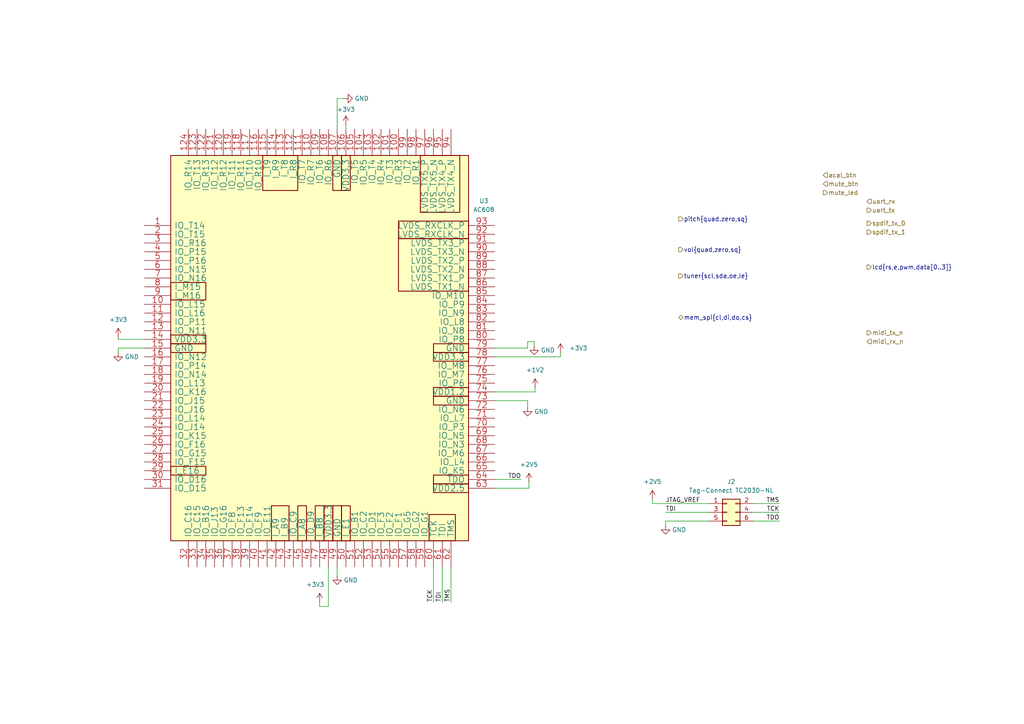
<source format=kicad_sch>
(kicad_sch (version 20230121) (generator eeschema)

  (uuid 0b3e935e-a044-466e-ac7e-7e11a153719b)

  (paper "A4")

  (lib_symbols
    (symbol "Connector_Generic:Conn_02x03_Odd_Even" (pin_names (offset 1.016) hide) (in_bom yes) (on_board yes)
      (property "Reference" "J" (at 1.27 5.08 0)
        (effects (font (size 1.27 1.27)))
      )
      (property "Value" "Conn_02x03_Odd_Even" (at 1.27 -5.08 0)
        (effects (font (size 1.27 1.27)))
      )
      (property "Footprint" "" (at 0 0 0)
        (effects (font (size 1.27 1.27)) hide)
      )
      (property "Datasheet" "~" (at 0 0 0)
        (effects (font (size 1.27 1.27)) hide)
      )
      (property "ki_keywords" "connector" (at 0 0 0)
        (effects (font (size 1.27 1.27)) hide)
      )
      (property "ki_description" "Generic connector, double row, 02x03, odd/even pin numbering scheme (row 1 odd numbers, row 2 even numbers), script generated (kicad-library-utils/schlib/autogen/connector/)" (at 0 0 0)
        (effects (font (size 1.27 1.27)) hide)
      )
      (property "ki_fp_filters" "Connector*:*_2x??_*" (at 0 0 0)
        (effects (font (size 1.27 1.27)) hide)
      )
      (symbol "Conn_02x03_Odd_Even_1_1"
        (rectangle (start -1.27 -2.413) (end 0 -2.667)
          (stroke (width 0.1524) (type default))
          (fill (type none))
        )
        (rectangle (start -1.27 0.127) (end 0 -0.127)
          (stroke (width 0.1524) (type default))
          (fill (type none))
        )
        (rectangle (start -1.27 2.667) (end 0 2.413)
          (stroke (width 0.1524) (type default))
          (fill (type none))
        )
        (rectangle (start -1.27 3.81) (end 3.81 -3.81)
          (stroke (width 0.254) (type default))
          (fill (type background))
        )
        (rectangle (start 3.81 -2.413) (end 2.54 -2.667)
          (stroke (width 0.1524) (type default))
          (fill (type none))
        )
        (rectangle (start 3.81 0.127) (end 2.54 -0.127)
          (stroke (width 0.1524) (type default))
          (fill (type none))
        )
        (rectangle (start 3.81 2.667) (end 2.54 2.413)
          (stroke (width 0.1524) (type default))
          (fill (type none))
        )
        (pin passive line (at -5.08 2.54 0) (length 3.81)
          (name "Pin_1" (effects (font (size 1.27 1.27))))
          (number "1" (effects (font (size 1.27 1.27))))
        )
        (pin passive line (at 7.62 2.54 180) (length 3.81)
          (name "Pin_2" (effects (font (size 1.27 1.27))))
          (number "2" (effects (font (size 1.27 1.27))))
        )
        (pin passive line (at -5.08 0 0) (length 3.81)
          (name "Pin_3" (effects (font (size 1.27 1.27))))
          (number "3" (effects (font (size 1.27 1.27))))
        )
        (pin passive line (at 7.62 0 180) (length 3.81)
          (name "Pin_4" (effects (font (size 1.27 1.27))))
          (number "4" (effects (font (size 1.27 1.27))))
        )
        (pin passive line (at -5.08 -2.54 0) (length 3.81)
          (name "Pin_5" (effects (font (size 1.27 1.27))))
          (number "5" (effects (font (size 1.27 1.27))))
        )
        (pin passive line (at 7.62 -2.54 180) (length 3.81)
          (name "Pin_6" (effects (font (size 1.27 1.27))))
          (number "6" (effects (font (size 1.27 1.27))))
        )
      )
    )
    (symbol "ac608:AC608" (pin_names (offset 1.016)) (in_bom yes) (on_board yes)
      (property "Reference" "U" (at -4.572 1.27 0)
        (effects (font (size 1.27 1.27)) (justify left bottom))
      )
      (property "Value" "AC608" (at -4.572 -1.27 0)
        (effects (font (size 1.27 1.27)) (justify left bottom))
      )
      (property "Footprint" "" (at -44.45 38.1 0)
        (effects (font (size 1.27 1.27)))
      )
      (property "Datasheet" "" (at -44.45 38.1 0)
        (effects (font (size 1.27 1.27)))
      )
      (property "ki_description" "AC608 Xiaomiege FPGA module" (at 0 0 0)
        (effects (font (size 1.27 1.27)) hide)
      )
      (symbol "AC608_0_1"
        (rectangle (start -44.45 -58.42) (end 41.91 53.34)
          (stroke (width 0.254) (type default))
          (fill (type background))
        )
        (rectangle (start -44.45 -39.37) (end -34.29 -36.83)
          (stroke (width 0.254) (type default))
          (fill (type background))
        )
        (rectangle (start -44.45 -3.81) (end -34.29 -1.27)
          (stroke (width 0.254) (type default))
          (fill (type background))
        )
        (rectangle (start -44.45 -1.27) (end -34.29 1.27)
          (stroke (width 0.254) (type default))
          (fill (type background))
        )
        (rectangle (start -44.45 11.43) (end -34.29 16.51)
          (stroke (width 0.254) (type default))
          (fill (type background))
        )
        (rectangle (start -17.78 43.18) (end -7.62 53.34)
          (stroke (width 0.254) (type default))
          (fill (type background))
        )
        (rectangle (start -15.24 -58.42) (end -10.16 -48.26)
          (stroke (width 0.254) (type default))
          (fill (type background))
        )
        (rectangle (start -7.62 -58.42) (end -5.08 -48.26)
          (stroke (width 0.254) (type default))
          (fill (type background))
        )
        (rectangle (start -2.54 -58.42) (end 0 -48.26)
          (stroke (width 0.254) (type default))
          (fill (type background))
        )
        (rectangle (start 0 -58.42) (end 2.54 -48.26)
          (stroke (width 0.254) (type default))
          (fill (type background))
        )
        (rectangle (start 2.54 -58.42) (end 5.08 -48.26)
          (stroke (width 0.254) (type default))
          (fill (type background))
        )
        (rectangle (start 2.54 43.18) (end 5.08 53.34)
          (stroke (width 0.254) (type default))
          (fill (type background))
        )
        (rectangle (start 5.08 -58.42) (end 7.62 -48.26)
          (stroke (width 0.254) (type default))
          (fill (type background))
        )
        (rectangle (start 5.08 43.18) (end 7.62 53.34)
          (stroke (width 0.254) (type default))
          (fill (type background))
        )
        (rectangle (start 21.59 13.97) (end 41.91 29.21)
          (stroke (width 0.254) (type default))
          (fill (type background))
        )
        (rectangle (start 21.59 29.21) (end 41.91 34.29)
          (stroke (width 0.254) (type default))
          (fill (type background))
        )
        (rectangle (start 27.94 36.83) (end 39.37 53.34)
          (stroke (width 0.254) (type default))
          (fill (type background))
        )
        (rectangle (start 30.48 -58.42) (end 38.1 -50.8)
          (stroke (width 0.254) (type default))
          (fill (type background))
        )
        (rectangle (start 31.75 -44.45) (end 41.91 -41.91)
          (stroke (width 0.254) (type default))
          (fill (type background))
        )
        (rectangle (start 31.75 -41.91) (end 41.91 -39.37)
          (stroke (width 0.254) (type default))
          (fill (type background))
        )
        (rectangle (start 31.75 -19.05) (end 41.91 -16.51)
          (stroke (width 0.254) (type default))
          (fill (type background))
        )
        (rectangle (start 31.75 -16.51) (end 41.91 -13.97)
          (stroke (width 0.254) (type default))
          (fill (type background))
        )
        (rectangle (start 31.75 -6.35) (end 41.91 -3.81)
          (stroke (width 0.254) (type default))
          (fill (type background))
        )
        (rectangle (start 31.75 -3.81) (end 41.91 -1.27)
          (stroke (width 0.254) (type default))
          (fill (type background))
        )
        (pin bidirectional line (at -52.07 33.02 0) (length 7.62)
          (name "IO_T14" (effects (font (size 1.778 1.778))))
          (number "1" (effects (font (size 1.778 1.778))))
        )
        (pin bidirectional line (at -52.07 10.16 0) (length 7.62)
          (name "IO_L15" (effects (font (size 1.778 1.778))))
          (number "10" (effects (font (size 1.778 1.778))))
        )
        (pin bidirectional line (at 21.59 60.96 270) (length 7.62)
          (name "IO_R3" (effects (font (size 1.778 1.778))))
          (number "100" (effects (font (size 1.778 1.778))))
        )
        (pin bidirectional line (at 19.05 60.96 270) (length 7.62)
          (name "IO_T3" (effects (font (size 1.778 1.778))))
          (number "101" (effects (font (size 1.778 1.778))))
        )
        (pin bidirectional line (at 16.51 60.96 270) (length 7.62)
          (name "IO_R4" (effects (font (size 1.778 1.778))))
          (number "102" (effects (font (size 1.778 1.778))))
        )
        (pin bidirectional line (at 13.97 60.96 270) (length 7.62)
          (name "IO_T4" (effects (font (size 1.778 1.778))))
          (number "103" (effects (font (size 1.778 1.778))))
        )
        (pin bidirectional line (at 11.43 60.96 270) (length 7.62)
          (name "IO_R5" (effects (font (size 1.778 1.778))))
          (number "104" (effects (font (size 1.778 1.778))))
        )
        (pin bidirectional line (at 8.89 60.96 270) (length 7.62)
          (name "IO_T5" (effects (font (size 1.778 1.778))))
          (number "105" (effects (font (size 1.778 1.778))))
        )
        (pin power_in line (at 6.35 60.96 270) (length 7.62)
          (name "VDD3.3" (effects (font (size 1.778 1.778))))
          (number "106" (effects (font (size 1.778 1.778))))
        )
        (pin power_in line (at 3.81 60.96 270) (length 7.62)
          (name "GND" (effects (font (size 1.778 1.778))))
          (number "107" (effects (font (size 1.778 1.778))))
        )
        (pin bidirectional line (at 1.27 60.96 270) (length 7.62)
          (name "IO_R6" (effects (font (size 1.778 1.778))))
          (number "108" (effects (font (size 1.778 1.778))))
        )
        (pin bidirectional line (at -1.27 60.96 270) (length 7.62)
          (name "IO_T6" (effects (font (size 1.778 1.778))))
          (number "109" (effects (font (size 1.778 1.778))))
        )
        (pin bidirectional line (at -52.07 7.62 0) (length 7.62)
          (name "IO_L16" (effects (font (size 1.778 1.778))))
          (number "11" (effects (font (size 1.778 1.778))))
        )
        (pin bidirectional line (at -3.81 60.96 270) (length 7.62)
          (name "IO_R7" (effects (font (size 1.778 1.778))))
          (number "110" (effects (font (size 1.778 1.778))))
        )
        (pin bidirectional line (at -6.35 60.96 270) (length 7.62)
          (name "IO_T7" (effects (font (size 1.778 1.778))))
          (number "111" (effects (font (size 1.778 1.778))))
        )
        (pin input line (at -8.89 60.96 270) (length 7.62)
          (name "I_R8" (effects (font (size 1.778 1.778))))
          (number "112" (effects (font (size 1.778 1.778))))
        )
        (pin input line (at -11.43 60.96 270) (length 7.62)
          (name "I_T8" (effects (font (size 1.778 1.778))))
          (number "113" (effects (font (size 1.778 1.778))))
        )
        (pin input line (at -13.97 60.96 270) (length 7.62)
          (name "I_R9" (effects (font (size 1.778 1.778))))
          (number "114" (effects (font (size 1.778 1.778))))
        )
        (pin input line (at -16.51 60.96 270) (length 7.62)
          (name "I_T9" (effects (font (size 1.778 1.778))))
          (number "115" (effects (font (size 1.778 1.778))))
        )
        (pin bidirectional line (at -19.05 60.96 270) (length 7.62)
          (name "IO_R10" (effects (font (size 1.778 1.778))))
          (number "116" (effects (font (size 1.778 1.778))))
        )
        (pin bidirectional line (at -21.59 60.96 270) (length 7.62)
          (name "IO_T10" (effects (font (size 1.778 1.778))))
          (number "117" (effects (font (size 1.778 1.778))))
        )
        (pin bidirectional line (at -24.13 60.96 270) (length 7.62)
          (name "IO_R11" (effects (font (size 1.778 1.778))))
          (number "118" (effects (font (size 1.778 1.778))))
        )
        (pin bidirectional line (at -26.67 60.96 270) (length 7.62)
          (name "IO_T11" (effects (font (size 1.778 1.778))))
          (number "119" (effects (font (size 1.778 1.778))))
        )
        (pin bidirectional line (at -52.07 5.08 0) (length 7.62)
          (name "IO_P11" (effects (font (size 1.778 1.778))))
          (number "12" (effects (font (size 1.778 1.778))))
        )
        (pin bidirectional line (at -29.21 60.96 270) (length 7.62)
          (name "IO_R12" (effects (font (size 1.778 1.778))))
          (number "120" (effects (font (size 1.778 1.778))))
        )
        (pin bidirectional line (at -31.75 60.96 270) (length 7.62)
          (name "IO_T12" (effects (font (size 1.778 1.778))))
          (number "121" (effects (font (size 1.778 1.778))))
        )
        (pin bidirectional line (at -34.29 60.96 270) (length 7.62)
          (name "IO_R13" (effects (font (size 1.778 1.778))))
          (number "122" (effects (font (size 1.778 1.778))))
        )
        (pin bidirectional line (at -36.83 60.96 270) (length 7.62)
          (name "IO_T13" (effects (font (size 1.778 1.778))))
          (number "123" (effects (font (size 1.778 1.778))))
        )
        (pin bidirectional line (at -39.37 60.96 270) (length 7.62)
          (name "IO_R14" (effects (font (size 1.778 1.778))))
          (number "124" (effects (font (size 1.778 1.778))))
        )
        (pin bidirectional line (at -52.07 2.54 0) (length 7.62)
          (name "IO_N11" (effects (font (size 1.778 1.778))))
          (number "13" (effects (font (size 1.778 1.778))))
        )
        (pin power_in line (at -52.07 0 0) (length 7.62)
          (name "VDD3.3" (effects (font (size 1.778 1.778))))
          (number "14" (effects (font (size 1.778 1.778))))
        )
        (pin power_in line (at -52.07 -2.54 0) (length 7.62)
          (name "GND" (effects (font (size 1.778 1.778))))
          (number "15" (effects (font (size 1.778 1.778))))
        )
        (pin bidirectional line (at -52.07 -5.08 0) (length 7.62)
          (name "IO_N12" (effects (font (size 1.778 1.778))))
          (number "16" (effects (font (size 1.778 1.778))))
        )
        (pin bidirectional line (at -52.07 -7.62 0) (length 7.62)
          (name "IO_P14" (effects (font (size 1.778 1.778))))
          (number "17" (effects (font (size 1.778 1.778))))
        )
        (pin bidirectional line (at -52.07 -10.16 0) (length 7.62)
          (name "IO_N14" (effects (font (size 1.778 1.778))))
          (number "18" (effects (font (size 1.778 1.778))))
        )
        (pin bidirectional line (at -52.07 -12.7 0) (length 7.62)
          (name "IO_L13" (effects (font (size 1.778 1.778))))
          (number "19" (effects (font (size 1.778 1.778))))
        )
        (pin bidirectional line (at -52.07 30.48 0) (length 7.62)
          (name "IO_T15" (effects (font (size 1.778 1.778))))
          (number "2" (effects (font (size 1.778 1.778))))
        )
        (pin bidirectional line (at -52.07 -15.24 0) (length 7.62)
          (name "IO_K16" (effects (font (size 1.778 1.778))))
          (number "20" (effects (font (size 1.778 1.778))))
        )
        (pin bidirectional line (at -52.07 -17.78 0) (length 7.62)
          (name "IO_J15" (effects (font (size 1.778 1.778))))
          (number "21" (effects (font (size 1.778 1.778))))
        )
        (pin bidirectional line (at -52.07 -20.32 0) (length 7.62)
          (name "IO_J16" (effects (font (size 1.778 1.778))))
          (number "22" (effects (font (size 1.778 1.778))))
        )
        (pin bidirectional line (at -52.07 -22.86 0) (length 7.62)
          (name "IO_L14" (effects (font (size 1.778 1.778))))
          (number "23" (effects (font (size 1.778 1.778))))
        )
        (pin bidirectional line (at -52.07 -25.4 0) (length 7.62)
          (name "IO_J14" (effects (font (size 1.778 1.778))))
          (number "24" (effects (font (size 1.778 1.778))))
        )
        (pin bidirectional line (at -52.07 -27.94 0) (length 7.62)
          (name "IO_K15" (effects (font (size 1.778 1.778))))
          (number "25" (effects (font (size 1.778 1.778))))
        )
        (pin bidirectional line (at -52.07 -30.48 0) (length 7.62)
          (name "IO_F16" (effects (font (size 1.778 1.778))))
          (number "26" (effects (font (size 1.778 1.778))))
        )
        (pin bidirectional line (at -52.07 -33.02 0) (length 7.62)
          (name "IO_G15" (effects (font (size 1.778 1.778))))
          (number "27" (effects (font (size 1.778 1.778))))
        )
        (pin bidirectional line (at -52.07 -35.56 0) (length 7.62)
          (name "IO_F15" (effects (font (size 1.778 1.778))))
          (number "28" (effects (font (size 1.778 1.778))))
        )
        (pin input line (at -52.07 -38.1 0) (length 7.62)
          (name "I_E16" (effects (font (size 1.778 1.778))))
          (number "29" (effects (font (size 1.778 1.778))))
        )
        (pin bidirectional line (at -52.07 27.94 0) (length 7.62)
          (name "IO_R16" (effects (font (size 1.778 1.778))))
          (number "3" (effects (font (size 1.778 1.778))))
        )
        (pin bidirectional line (at -52.07 -40.64 0) (length 7.62)
          (name "IO_D16" (effects (font (size 1.778 1.778))))
          (number "30" (effects (font (size 1.778 1.778))))
        )
        (pin bidirectional line (at -52.07 -43.18 0) (length 7.62)
          (name "IO_D15" (effects (font (size 1.778 1.778))))
          (number "31" (effects (font (size 1.778 1.778))))
        )
        (pin bidirectional line (at -39.37 -66.04 90) (length 7.62)
          (name "IO_C16" (effects (font (size 1.778 1.778))))
          (number "32" (effects (font (size 1.778 1.778))))
        )
        (pin bidirectional line (at -36.83 -66.04 90) (length 7.62)
          (name "IO_C15" (effects (font (size 1.778 1.778))))
          (number "33" (effects (font (size 1.778 1.778))))
        )
        (pin bidirectional line (at -34.29 -66.04 90) (length 7.62)
          (name "IO_B16" (effects (font (size 1.778 1.778))))
          (number "34" (effects (font (size 1.778 1.778))))
        )
        (pin bidirectional line (at -31.75 -66.04 90) (length 7.62)
          (name "IO_J13" (effects (font (size 1.778 1.778))))
          (number "35" (effects (font (size 1.778 1.778))))
        )
        (pin bidirectional line (at -29.21 -66.04 90) (length 7.62)
          (name "IO_G16" (effects (font (size 1.778 1.778))))
          (number "36" (effects (font (size 1.778 1.778))))
        )
        (pin bidirectional line (at -26.67 -66.04 90) (length 7.62)
          (name "IO_F8" (effects (font (size 1.778 1.778))))
          (number "37" (effects (font (size 1.778 1.778))))
        )
        (pin bidirectional line (at -24.13 -66.04 90) (length 7.62)
          (name "IO_F13" (effects (font (size 1.778 1.778))))
          (number "38" (effects (font (size 1.778 1.778))))
        )
        (pin bidirectional line (at -21.59 -66.04 90) (length 7.62)
          (name "IO_F14" (effects (font (size 1.778 1.778))))
          (number "39" (effects (font (size 1.778 1.778))))
        )
        (pin bidirectional line (at -52.07 25.4 0) (length 7.62)
          (name "IO_P15" (effects (font (size 1.778 1.778))))
          (number "4" (effects (font (size 1.778 1.778))))
        )
        (pin bidirectional line (at -19.05 -66.04 90) (length 7.62)
          (name "IO_F9" (effects (font (size 1.778 1.778))))
          (number "40" (effects (font (size 1.778 1.778))))
        )
        (pin bidirectional line (at -16.51 -66.04 90) (length 7.62)
          (name "IO_E11" (effects (font (size 1.778 1.778))))
          (number "41" (effects (font (size 1.778 1.778))))
        )
        (pin input line (at -13.97 -66.04 90) (length 7.62)
          (name "I_A9" (effects (font (size 1.778 1.778))))
          (number "42" (effects (font (size 1.778 1.778))))
        )
        (pin input line (at -11.43 -66.04 90) (length 7.62)
          (name "I_B9" (effects (font (size 1.778 1.778))))
          (number "43" (effects (font (size 1.778 1.778))))
        )
        (pin bidirectional line (at -8.89 -66.04 90) (length 7.62)
          (name "IO_C9" (effects (font (size 1.778 1.778))))
          (number "44" (effects (font (size 1.778 1.778))))
        )
        (pin input line (at -6.35 -66.04 90) (length 7.62)
          (name "I_A8" (effects (font (size 1.778 1.778))))
          (number "45" (effects (font (size 1.778 1.778))))
        )
        (pin bidirectional line (at -3.81 -66.04 90) (length 7.62)
          (name "IO_D9" (effects (font (size 1.778 1.778))))
          (number "46" (effects (font (size 1.778 1.778))))
        )
        (pin input line (at -1.27 -66.04 90) (length 7.62)
          (name "I_B8" (effects (font (size 1.778 1.778))))
          (number "47" (effects (font (size 1.778 1.778))))
        )
        (pin power_in line (at 1.27 -66.04 90) (length 7.62)
          (name "VDD3.3" (effects (font (size 1.778 1.778))))
          (number "48" (effects (font (size 1.778 1.778))))
        )
        (pin power_in line (at 3.81 -66.04 90) (length 7.62)
          (name "GND" (effects (font (size 1.778 1.778))))
          (number "49" (effects (font (size 1.778 1.778))))
        )
        (pin bidirectional line (at -52.07 22.86 0) (length 7.62)
          (name "IO_P16" (effects (font (size 1.778 1.778))))
          (number "5" (effects (font (size 1.778 1.778))))
        )
        (pin bidirectional line (at 6.35 -66.04 90) (length 7.62)
          (name "I_E1" (effects (font (size 1.778 1.778))))
          (number "50" (effects (font (size 1.778 1.778))))
        )
        (pin bidirectional line (at 8.89 -66.04 90) (length 7.62)
          (name "IO_B1" (effects (font (size 1.778 1.778))))
          (number "51" (effects (font (size 1.778 1.778))))
        )
        (pin bidirectional line (at 11.43 -66.04 90) (length 7.62)
          (name "IO_C2" (effects (font (size 1.778 1.778))))
          (number "52" (effects (font (size 1.778 1.778))))
        )
        (pin bidirectional line (at 13.97 -66.04 90) (length 7.62)
          (name "IO_D1" (effects (font (size 1.778 1.778))))
          (number "53" (effects (font (size 1.778 1.778))))
        )
        (pin bidirectional line (at 16.51 -66.04 90) (length 7.62)
          (name "IO_F3" (effects (font (size 1.778 1.778))))
          (number "54" (effects (font (size 1.778 1.778))))
        )
        (pin bidirectional line (at 19.05 -66.04 90) (length 7.62)
          (name "IO_F2" (effects (font (size 1.778 1.778))))
          (number "55" (effects (font (size 1.778 1.778))))
        )
        (pin bidirectional line (at 21.59 -66.04 90) (length 7.62)
          (name "IO_F1" (effects (font (size 1.778 1.778))))
          (number "56" (effects (font (size 1.778 1.778))))
        )
        (pin bidirectional line (at 24.13 -66.04 90) (length 7.62)
          (name "IO_G5" (effects (font (size 1.778 1.778))))
          (number "57" (effects (font (size 1.778 1.778))))
        )
        (pin bidirectional line (at 26.67 -66.04 90) (length 7.62)
          (name "IO_G2" (effects (font (size 1.778 1.778))))
          (number "58" (effects (font (size 1.778 1.778))))
        )
        (pin bidirectional line (at 29.21 -66.04 90) (length 7.62)
          (name "IO_G1" (effects (font (size 1.778 1.778))))
          (number "59" (effects (font (size 1.778 1.778))))
        )
        (pin bidirectional line (at -52.07 20.32 0) (length 7.62)
          (name "IO_N15" (effects (font (size 1.778 1.778))))
          (number "6" (effects (font (size 1.778 1.778))))
        )
        (pin bidirectional line (at 31.75 -66.04 90) (length 7.62)
          (name "TCK" (effects (font (size 1.778 1.778))))
          (number "60" (effects (font (size 1.778 1.778))))
        )
        (pin bidirectional line (at 34.29 -66.04 90) (length 7.62)
          (name "TDI" (effects (font (size 1.778 1.778))))
          (number "61" (effects (font (size 1.778 1.778))))
        )
        (pin bidirectional line (at 36.83 -66.04 90) (length 7.62)
          (name "TMS" (effects (font (size 1.778 1.778))))
          (number "62" (effects (font (size 1.778 1.778))))
        )
        (pin power_in line (at 49.53 -43.18 180) (length 7.62)
          (name "VDD2.5" (effects (font (size 1.778 1.778))))
          (number "63" (effects (font (size 1.778 1.778))))
        )
        (pin bidirectional line (at 49.53 -40.64 180) (length 7.62)
          (name "TDO" (effects (font (size 1.778 1.778))))
          (number "64" (effects (font (size 1.778 1.778))))
        )
        (pin bidirectional line (at 49.53 -38.1 180) (length 7.62)
          (name "IO_K5" (effects (font (size 1.778 1.778))))
          (number "65" (effects (font (size 1.778 1.778))))
        )
        (pin bidirectional line (at 49.53 -35.56 180) (length 7.62)
          (name "IO_L4" (effects (font (size 1.778 1.778))))
          (number "66" (effects (font (size 1.778 1.778))))
        )
        (pin bidirectional line (at 49.53 -33.02 180) (length 7.62)
          (name "IO_M6" (effects (font (size 1.778 1.778))))
          (number "67" (effects (font (size 1.778 1.778))))
        )
        (pin bidirectional line (at 49.53 -30.48 180) (length 7.62)
          (name "IO_N3" (effects (font (size 1.778 1.778))))
          (number "68" (effects (font (size 1.778 1.778))))
        )
        (pin bidirectional line (at 49.53 -27.94 180) (length 7.62)
          (name "IO_N5" (effects (font (size 1.778 1.778))))
          (number "69" (effects (font (size 1.778 1.778))))
        )
        (pin bidirectional line (at -52.07 17.78 0) (length 7.62)
          (name "IO_N16" (effects (font (size 1.778 1.778))))
          (number "7" (effects (font (size 1.778 1.778))))
        )
        (pin bidirectional line (at 49.53 -25.4 180) (length 7.62)
          (name "IO_P3" (effects (font (size 1.778 1.778))))
          (number "70" (effects (font (size 1.778 1.778))))
        )
        (pin bidirectional line (at 49.53 -22.86 180) (length 7.62)
          (name "IO_L7" (effects (font (size 1.778 1.778))))
          (number "71" (effects (font (size 1.778 1.778))))
        )
        (pin bidirectional line (at 49.53 -20.32 180) (length 7.62)
          (name "IO_N6" (effects (font (size 1.778 1.778))))
          (number "72" (effects (font (size 1.778 1.778))))
        )
        (pin power_in line (at 49.53 -17.78 180) (length 7.62)
          (name "GND" (effects (font (size 1.778 1.778))))
          (number "73" (effects (font (size 1.778 1.778))))
        )
        (pin power_in line (at 49.53 -15.24 180) (length 7.62)
          (name "VDD1.2" (effects (font (size 1.778 1.778))))
          (number "74" (effects (font (size 1.778 1.778))))
        )
        (pin bidirectional line (at 49.53 -12.7 180) (length 7.62)
          (name "IO_P6" (effects (font (size 1.778 1.778))))
          (number "75" (effects (font (size 1.778 1.778))))
        )
        (pin bidirectional line (at 49.53 -10.16 180) (length 7.62)
          (name "IO_M7" (effects (font (size 1.778 1.778))))
          (number "76" (effects (font (size 1.778 1.778))))
        )
        (pin bidirectional line (at 49.53 -7.62 180) (length 7.62)
          (name "IO_M8" (effects (font (size 1.778 1.778))))
          (number "77" (effects (font (size 1.778 1.778))))
        )
        (pin power_in line (at 49.53 -5.08 180) (length 7.62)
          (name "VDD3.3" (effects (font (size 1.778 1.778))))
          (number "78" (effects (font (size 1.778 1.778))))
        )
        (pin power_in line (at 49.53 -2.54 180) (length 7.62)
          (name "GND" (effects (font (size 1.778 1.778))))
          (number "79" (effects (font (size 1.778 1.778))))
        )
        (pin input line (at -52.07 15.24 0) (length 7.62)
          (name "I_M15" (effects (font (size 1.778 1.778))))
          (number "8" (effects (font (size 1.778 1.778))))
        )
        (pin bidirectional line (at 49.53 0 180) (length 7.62)
          (name "IO_P8" (effects (font (size 1.778 1.778))))
          (number "80" (effects (font (size 1.778 1.778))))
        )
        (pin bidirectional line (at 49.53 2.54 180) (length 7.62)
          (name "IO_N8" (effects (font (size 1.778 1.778))))
          (number "81" (effects (font (size 1.778 1.778))))
        )
        (pin bidirectional line (at 49.53 5.08 180) (length 7.62)
          (name "IO_L8" (effects (font (size 1.778 1.778))))
          (number "82" (effects (font (size 1.778 1.778))))
        )
        (pin bidirectional line (at 49.53 7.62 180) (length 7.62)
          (name "IO_N9" (effects (font (size 1.778 1.778))))
          (number "83" (effects (font (size 1.778 1.778))))
        )
        (pin bidirectional line (at 49.53 10.16 180) (length 7.62)
          (name "IO_P9" (effects (font (size 1.778 1.778))))
          (number "84" (effects (font (size 1.778 1.778))))
        )
        (pin bidirectional line (at 49.53 12.7 180) (length 7.62)
          (name "IO_M10" (effects (font (size 1.778 1.778))))
          (number "85" (effects (font (size 1.778 1.778))))
        )
        (pin bidirectional line (at 49.53 15.24 180) (length 7.62)
          (name "LVDS_TX1_N" (effects (font (size 1.778 1.778))))
          (number "86" (effects (font (size 1.778 1.778))))
        )
        (pin bidirectional line (at 49.53 17.78 180) (length 7.62)
          (name "LVDS_TX1_P" (effects (font (size 1.778 1.778))))
          (number "87" (effects (font (size 1.778 1.778))))
        )
        (pin bidirectional line (at 49.53 20.32 180) (length 7.62)
          (name "LVDS_TX2_N" (effects (font (size 1.778 1.778))))
          (number "88" (effects (font (size 1.778 1.778))))
        )
        (pin bidirectional line (at 49.53 22.86 180) (length 7.62)
          (name "LVDS_TX2_P" (effects (font (size 1.778 1.778))))
          (number "89" (effects (font (size 1.778 1.778))))
        )
        (pin input line (at -52.07 12.7 0) (length 7.62)
          (name "I_M16" (effects (font (size 1.778 1.778))))
          (number "9" (effects (font (size 1.778 1.778))))
        )
        (pin bidirectional line (at 49.53 25.4 180) (length 7.62)
          (name "LVDS_TX3_N" (effects (font (size 1.778 1.778))))
          (number "90" (effects (font (size 1.778 1.778))))
        )
        (pin bidirectional line (at 49.53 27.94 180) (length 7.62)
          (name "LVDS_TX3_P" (effects (font (size 1.778 1.778))))
          (number "91" (effects (font (size 1.778 1.778))))
        )
        (pin bidirectional line (at 49.53 30.48 180) (length 7.62)
          (name "LVDS_RXCLK_N" (effects (font (size 1.778 1.778))))
          (number "92" (effects (font (size 1.778 1.778))))
        )
        (pin bidirectional line (at 49.53 33.02 180) (length 7.62)
          (name "LVDS_RXCLK_P" (effects (font (size 1.778 1.778))))
          (number "93" (effects (font (size 1.778 1.778))))
        )
        (pin bidirectional line (at 36.83 60.96 270) (length 7.62)
          (name "LVDS_TX4_N" (effects (font (size 1.778 1.778))))
          (number "94" (effects (font (size 1.778 1.778))))
        )
        (pin bidirectional line (at 34.29 60.96 270) (length 7.62)
          (name "LVDS_TX4_P" (effects (font (size 1.778 1.778))))
          (number "95" (effects (font (size 1.778 1.778))))
        )
        (pin bidirectional line (at 31.75 60.96 270) (length 7.62)
          (name "LVDS_TX5_N" (effects (font (size 1.778 1.778))))
          (number "96" (effects (font (size 1.778 1.778))))
        )
        (pin bidirectional line (at 29.21 60.96 270) (length 7.62)
          (name "LVDS_TX5_P" (effects (font (size 1.778 1.778))))
          (number "97" (effects (font (size 1.778 1.778))))
        )
        (pin bidirectional line (at 26.67 60.96 270) (length 7.62)
          (name "IO_R1" (effects (font (size 1.778 1.778))))
          (number "98" (effects (font (size 1.778 1.778))))
        )
        (pin bidirectional line (at 24.13 60.96 270) (length 7.62)
          (name "IO_T2" (effects (font (size 1.778 1.778))))
          (number "99" (effects (font (size 1.778 1.778))))
        )
      )
    )
    (symbol "power:+1V2" (power) (pin_names (offset 0)) (in_bom yes) (on_board yes)
      (property "Reference" "#PWR" (at 0 -3.81 0)
        (effects (font (size 1.27 1.27)) hide)
      )
      (property "Value" "+1V2" (at 0 3.556 0)
        (effects (font (size 1.27 1.27)))
      )
      (property "Footprint" "" (at 0 0 0)
        (effects (font (size 1.27 1.27)) hide)
      )
      (property "Datasheet" "" (at 0 0 0)
        (effects (font (size 1.27 1.27)) hide)
      )
      (property "ki_keywords" "power-flag" (at 0 0 0)
        (effects (font (size 1.27 1.27)) hide)
      )
      (property "ki_description" "Power symbol creates a global label with name \"+1V2\"" (at 0 0 0)
        (effects (font (size 1.27 1.27)) hide)
      )
      (symbol "+1V2_0_1"
        (polyline
          (pts
            (xy -0.762 1.27)
            (xy 0 2.54)
          )
          (stroke (width 0) (type default))
          (fill (type none))
        )
        (polyline
          (pts
            (xy 0 0)
            (xy 0 2.54)
          )
          (stroke (width 0) (type default))
          (fill (type none))
        )
        (polyline
          (pts
            (xy 0 2.54)
            (xy 0.762 1.27)
          )
          (stroke (width 0) (type default))
          (fill (type none))
        )
      )
      (symbol "+1V2_1_1"
        (pin power_in line (at 0 0 90) (length 0) hide
          (name "+1V2" (effects (font (size 1.27 1.27))))
          (number "1" (effects (font (size 1.27 1.27))))
        )
      )
    )
    (symbol "power:+2V5" (power) (pin_names (offset 0)) (in_bom yes) (on_board yes)
      (property "Reference" "#PWR" (at 0 -3.81 0)
        (effects (font (size 1.27 1.27)) hide)
      )
      (property "Value" "+2V5" (at 0 3.556 0)
        (effects (font (size 1.27 1.27)))
      )
      (property "Footprint" "" (at 0 0 0)
        (effects (font (size 1.27 1.27)) hide)
      )
      (property "Datasheet" "" (at 0 0 0)
        (effects (font (size 1.27 1.27)) hide)
      )
      (property "ki_keywords" "power-flag" (at 0 0 0)
        (effects (font (size 1.27 1.27)) hide)
      )
      (property "ki_description" "Power symbol creates a global label with name \"+2V5\"" (at 0 0 0)
        (effects (font (size 1.27 1.27)) hide)
      )
      (symbol "+2V5_0_1"
        (polyline
          (pts
            (xy -0.762 1.27)
            (xy 0 2.54)
          )
          (stroke (width 0) (type default))
          (fill (type none))
        )
        (polyline
          (pts
            (xy 0 0)
            (xy 0 2.54)
          )
          (stroke (width 0) (type default))
          (fill (type none))
        )
        (polyline
          (pts
            (xy 0 2.54)
            (xy 0.762 1.27)
          )
          (stroke (width 0) (type default))
          (fill (type none))
        )
      )
      (symbol "+2V5_1_1"
        (pin power_in line (at 0 0 90) (length 0) hide
          (name "+2V5" (effects (font (size 1.27 1.27))))
          (number "1" (effects (font (size 1.27 1.27))))
        )
      )
    )
    (symbol "power:+3V3" (power) (pin_names (offset 0)) (in_bom yes) (on_board yes)
      (property "Reference" "#PWR" (at 0 -3.81 0)
        (effects (font (size 1.27 1.27)) hide)
      )
      (property "Value" "+3V3" (at 0 3.556 0)
        (effects (font (size 1.27 1.27)))
      )
      (property "Footprint" "" (at 0 0 0)
        (effects (font (size 1.27 1.27)) hide)
      )
      (property "Datasheet" "" (at 0 0 0)
        (effects (font (size 1.27 1.27)) hide)
      )
      (property "ki_keywords" "power-flag" (at 0 0 0)
        (effects (font (size 1.27 1.27)) hide)
      )
      (property "ki_description" "Power symbol creates a global label with name \"+3V3\"" (at 0 0 0)
        (effects (font (size 1.27 1.27)) hide)
      )
      (symbol "+3V3_0_1"
        (polyline
          (pts
            (xy -0.762 1.27)
            (xy 0 2.54)
          )
          (stroke (width 0) (type default))
          (fill (type none))
        )
        (polyline
          (pts
            (xy 0 0)
            (xy 0 2.54)
          )
          (stroke (width 0) (type default))
          (fill (type none))
        )
        (polyline
          (pts
            (xy 0 2.54)
            (xy 0.762 1.27)
          )
          (stroke (width 0) (type default))
          (fill (type none))
        )
      )
      (symbol "+3V3_1_1"
        (pin power_in line (at 0 0 90) (length 0) hide
          (name "+3V3" (effects (font (size 1.27 1.27))))
          (number "1" (effects (font (size 1.27 1.27))))
        )
      )
    )
    (symbol "power:GND" (power) (pin_names (offset 0)) (in_bom yes) (on_board yes)
      (property "Reference" "#PWR" (at 0 -6.35 0)
        (effects (font (size 1.27 1.27)) hide)
      )
      (property "Value" "GND" (at 0 -3.81 0)
        (effects (font (size 1.27 1.27)))
      )
      (property "Footprint" "" (at 0 0 0)
        (effects (font (size 1.27 1.27)) hide)
      )
      (property "Datasheet" "" (at 0 0 0)
        (effects (font (size 1.27 1.27)) hide)
      )
      (property "ki_keywords" "power-flag" (at 0 0 0)
        (effects (font (size 1.27 1.27)) hide)
      )
      (property "ki_description" "Power symbol creates a global label with name \"GND\" , ground" (at 0 0 0)
        (effects (font (size 1.27 1.27)) hide)
      )
      (symbol "GND_0_1"
        (polyline
          (pts
            (xy 0 0)
            (xy 0 -1.27)
            (xy 1.27 -1.27)
            (xy 0 -2.54)
            (xy -1.27 -1.27)
            (xy 0 -1.27)
          )
          (stroke (width 0) (type default))
          (fill (type none))
        )
      )
      (symbol "GND_1_1"
        (pin power_in line (at 0 0 270) (length 0) hide
          (name "GND" (effects (font (size 1.27 1.27))))
          (number "1" (effects (font (size 1.27 1.27))))
        )
      )
    )
  )

  (bus_alias "tuner" (members "scl" "sda" "oe" "le"))
  (bus_alias "lcdpins" (members "lcd{rs,e,pwm,data[0..3]}"))

  (wire (pts (xy 218.44 151.13) (xy 226.06 151.13))
    (stroke (width 0) (type default))
    (uuid 0b8838f1-e91b-4b50-8efd-dcf093684b7e)
  )
  (wire (pts (xy 128.27 164.465) (xy 128.27 174.625))
    (stroke (width 0) (type default))
    (uuid 146cd8bd-bcca-4f01-bfcc-c90c3d16f316)
  )
  (wire (pts (xy 153.035 100.965) (xy 143.51 100.965))
    (stroke (width 0) (type default))
    (uuid 19ad024f-74ec-430c-a1a0-0065205302c9)
  )
  (wire (pts (xy 153.035 99.06) (xy 154.94 99.06))
    (stroke (width 0) (type default))
    (uuid 1d972e83-1351-49de-b5c6-64952c558cfc)
  )
  (wire (pts (xy 34.29 98.425) (xy 34.29 97.79))
    (stroke (width 0) (type default))
    (uuid 1f1bde75-182d-4182-b0e9-60834d34d675)
  )
  (wire (pts (xy 41.91 98.425) (xy 34.29 98.425))
    (stroke (width 0) (type default))
    (uuid 211180c8-b083-49e5-af0a-8ebfaac5d614)
  )
  (wire (pts (xy 193.04 148.59) (xy 205.74 148.59))
    (stroke (width 0) (type default))
    (uuid 23e2940e-049a-4ee3-9cf9-b0b9f6a6b084)
  )
  (wire (pts (xy 155.194 113.665) (xy 155.194 112.395))
    (stroke (width 0) (type default))
    (uuid 29372820-1d36-4ba7-b2e8-ae706172b451)
  )
  (wire (pts (xy 189.23 146.05) (xy 205.74 146.05))
    (stroke (width 0) (type default))
    (uuid 2ef4de46-de02-44b3-b07d-bcf2314852e7)
  )
  (wire (pts (xy 100.33 36.195) (xy 100.33 37.465))
    (stroke (width 0) (type default))
    (uuid 45e3cc5f-2b49-411c-8a8d-1816823fc770)
  )
  (wire (pts (xy 34.29 102.235) (xy 34.29 100.965))
    (stroke (width 0) (type default))
    (uuid 4fc8b6fb-7652-4948-b311-569ac18fc61c)
  )
  (wire (pts (xy 97.79 37.465) (xy 97.79 28.575))
    (stroke (width 0) (type default))
    (uuid 63fb707b-440b-436c-b375-9eef577e661e)
  )
  (wire (pts (xy 143.51 139.065) (xy 151.13 139.065))
    (stroke (width 0) (type default))
    (uuid 665683c6-dddb-42e9-8cb5-5cd7cd0ba1ac)
  )
  (wire (pts (xy 153.416 139.827) (xy 153.416 141.605))
    (stroke (width 0) (type default))
    (uuid 76264792-d256-427b-9bea-c4d9a3557403)
  )
  (wire (pts (xy 162.56 103.505) (xy 162.56 102.235))
    (stroke (width 0) (type default))
    (uuid 778dec51-084f-4487-83f7-edd29a6cb309)
  )
  (wire (pts (xy 143.51 103.505) (xy 162.56 103.505))
    (stroke (width 0) (type default))
    (uuid 87bc7c93-4945-4f37-8d4b-619d328f1964)
  )
  (wire (pts (xy 92.71 175.895) (xy 92.71 174.625))
    (stroke (width 0) (type default))
    (uuid 8f89b220-3570-4def-aea9-2d261e272ce9)
  )
  (wire (pts (xy 153.035 100.965) (xy 153.035 99.06))
    (stroke (width 0) (type default))
    (uuid 90f7e3f4-1ca8-4689-a8ad-ee8386e3626e)
  )
  (wire (pts (xy 154.94 99.06) (xy 154.94 100.33))
    (stroke (width 0) (type default))
    (uuid 98564ff6-eb82-4fcf-ac39-53ff297f36b8)
  )
  (wire (pts (xy 97.79 164.465) (xy 97.79 167.005))
    (stroke (width 0) (type default))
    (uuid 9bc40af2-c2b1-44c3-a632-aa7d98f54fbd)
  )
  (wire (pts (xy 97.79 28.575) (xy 99.695 28.575))
    (stroke (width 0) (type default))
    (uuid 9fe3c4a9-a961-43ea-a1c9-00903b970155)
  )
  (wire (pts (xy 95.25 164.465) (xy 95.25 175.895))
    (stroke (width 0) (type default))
    (uuid a1a5896d-5bf2-4283-afeb-5fe3c87a40a7)
  )
  (wire (pts (xy 189.23 144.78) (xy 189.23 146.05))
    (stroke (width 0) (type default))
    (uuid a9f969ae-3879-4d50-aa2e-428fdab2e70b)
  )
  (wire (pts (xy 130.81 164.465) (xy 130.81 174.625))
    (stroke (width 0) (type default))
    (uuid c11cd88f-3c11-4d44-bfc7-c9bc29761f57)
  )
  (wire (pts (xy 218.44 148.59) (xy 226.06 148.59))
    (stroke (width 0) (type default))
    (uuid c4be2c96-8d75-46f1-8150-32d264e7915f)
  )
  (wire (pts (xy 193.04 152.4) (xy 193.04 151.13))
    (stroke (width 0) (type default))
    (uuid c7919cc3-f84c-4c88-9c7f-a030ae29b500)
  )
  (wire (pts (xy 153.035 118.11) (xy 153.035 116.205))
    (stroke (width 0) (type default))
    (uuid cd3f7f21-a41d-45d9-9b11-f6e5d0c9ef58)
  )
  (wire (pts (xy 193.04 151.13) (xy 205.74 151.13))
    (stroke (width 0) (type default))
    (uuid cd568ee2-4c1c-4c19-b6a1-a8de27eb0efd)
  )
  (wire (pts (xy 95.25 175.895) (xy 92.71 175.895))
    (stroke (width 0) (type default))
    (uuid cd71b995-40dd-4d9d-bdda-157fa617ae92)
  )
  (wire (pts (xy 218.44 146.05) (xy 226.06 146.05))
    (stroke (width 0) (type default))
    (uuid d432ab79-d632-47a1-8ade-18170811cbe2)
  )
  (wire (pts (xy 143.51 113.665) (xy 155.194 113.665))
    (stroke (width 0) (type default))
    (uuid d4d87ba5-c50a-45db-a8ae-b0151465a69f)
  )
  (wire (pts (xy 153.035 116.205) (xy 143.51 116.205))
    (stroke (width 0) (type default))
    (uuid e39831d4-e218-4f5c-a8df-f011ebceea44)
  )
  (wire (pts (xy 34.29 100.965) (xy 41.91 100.965))
    (stroke (width 0) (type default))
    (uuid e9337660-1bf6-4c12-96df-21d8f763a1e0)
  )
  (wire (pts (xy 125.73 164.465) (xy 125.73 174.625))
    (stroke (width 0) (type default))
    (uuid f54bd8f6-46ad-4978-8b92-c7b38ce8c417)
  )
  (wire (pts (xy 153.416 141.605) (xy 143.51 141.605))
    (stroke (width 0) (type default))
    (uuid f7c58ad2-bb75-4650-96a2-c12b471ea8ca)
  )

  (label "TCK" (at 226.06 148.59 180) (fields_autoplaced)
    (effects (font (size 1.27 1.27)) (justify right bottom))
    (uuid 0c460963-c2a3-4645-8261-3bc4880e9d48)
  )
  (label "TDI" (at 193.04 148.59 0) (fields_autoplaced)
    (effects (font (size 1.27 1.27)) (justify left bottom))
    (uuid 4cca64ba-87de-4eae-93c3-8f7b125a6445)
  )
  (label "TDI" (at 128.27 174.625 90) (fields_autoplaced)
    (effects (font (size 1.27 1.27)) (justify left bottom))
    (uuid 6fa970da-018a-43fe-ac98-85bee95d3bfe)
  )
  (label "TMS" (at 130.81 174.625 90) (fields_autoplaced)
    (effects (font (size 1.27 1.27)) (justify left bottom))
    (uuid 715ca99b-fad3-402f-9050-7e17f6d6f851)
  )
  (label "JTAG_VREF" (at 193.04 146.05 0) (fields_autoplaced)
    (effects (font (size 1.27 1.27)) (justify left bottom))
    (uuid 7c77c1a6-2359-45a7-9e72-68e89dcb026b)
  )
  (label "TMS" (at 226.06 146.05 180) (fields_autoplaced)
    (effects (font (size 1.27 1.27)) (justify right bottom))
    (uuid 916ed9b2-7461-4a00-b4bb-3eaffb635db5)
  )
  (label "TDO" (at 226.06 151.13 180) (fields_autoplaced)
    (effects (font (size 1.27 1.27)) (justify right bottom))
    (uuid 95694897-362d-452f-a7a2-5beb8e29321c)
  )
  (label "TCK" (at 125.73 174.625 90) (fields_autoplaced)
    (effects (font (size 1.27 1.27)) (justify left bottom))
    (uuid b1c213fe-9f39-49db-99f2-b2205d14e35d)
  )
  (label "TDO" (at 151.13 139.065 180) (fields_autoplaced)
    (effects (font (size 1.27 1.27)) (justify right bottom))
    (uuid e44d43bc-eaa5-4e2e-9d19-058e9455e6af)
  )

  (hierarchical_label "uart_tx" (shape output) (at 251.46 60.96 0) (fields_autoplaced)
    (effects (font (size 1.27 1.27)) (justify left))
    (uuid 019ccc8a-01bf-4eca-b533-d83ae9265b0b)
  )
  (hierarchical_label "mute_led" (shape output) (at 238.76 55.88 0) (fields_autoplaced)
    (effects (font (size 1.27 1.27)) (justify left))
    (uuid 188426f7-d9d3-4bac-8805-85facffdb12c)
  )
  (hierarchical_label "mute_btn" (shape input) (at 238.76 53.34 0) (fields_autoplaced)
    (effects (font (size 1.27 1.27)) (justify left))
    (uuid 37e55f38-4016-4648-8128-6c73a528cce5)
  )
  (hierarchical_label "spdif_tx_0" (shape output) (at 251.46 64.77 0) (fields_autoplaced)
    (effects (font (size 1.27 1.27)) (justify left))
    (uuid 3ff26939-961b-4f10-b59c-c5fd907d77c1)
  )
  (hierarchical_label "lcd{rs,e,pwm,data[0..3]}" (shape output) (at 251.46 77.47 0) (fields_autoplaced)
    (effects (font (size 1.27 1.27)) (justify left))
    (uuid 48d38bc3-d394-4d50-84b4-b794659b0d2e)
  )
  (hierarchical_label "acal_btn" (shape input) (at 238.76 50.8 0) (fields_autoplaced)
    (effects (font (size 1.27 1.27)) (justify left))
    (uuid 54336216-2f09-4608-9120-8e9712fdc4d2)
  )
  (hierarchical_label "vol{quad,zero,sq}" (shape output) (at 196.85 72.39 0) (fields_autoplaced)
    (effects (font (size 1.27 1.27)) (justify left))
    (uuid 6752d87b-71e2-4db1-80f4-f7f44b548e39)
  )
  (hierarchical_label "mem_spi{cl,di,do,cs}" (shape bidirectional) (at 196.85 92.075 0) (fields_autoplaced)
    (effects (font (size 1.27 1.27)) (justify left))
    (uuid 73ff92b3-3cb6-45c4-9947-26ced150ef94)
  )
  (hierarchical_label "midi_rx_n" (shape input) (at 251.46 99.06 0) (fields_autoplaced)
    (effects (font (size 1.27 1.27)) (justify left))
    (uuid 87fd19fc-57ac-4e40-84c7-11f1a6f014b3)
  )
  (hierarchical_label "uart_rx" (shape input) (at 251.46 58.42 0) (fields_autoplaced)
    (effects (font (size 1.27 1.27)) (justify left))
    (uuid c2ff54be-13c8-410f-b217-7288ef15e04d)
  )
  (hierarchical_label "tuner{scl,sda,oe,le}" (shape output) (at 196.85 80.01 0) (fields_autoplaced)
    (effects (font (size 1.27 1.27)) (justify left))
    (uuid d6f43aa6-cf21-435f-b2ca-95cb83887728)
  )
  (hierarchical_label "spdif_tx_1" (shape output) (at 251.46 67.31 0) (fields_autoplaced)
    (effects (font (size 1.27 1.27)) (justify left))
    (uuid de2e83b6-d903-4832-aa51-589bdcfb7d39)
  )
  (hierarchical_label "pitch{quad,zero,sq}" (shape output) (at 196.85 63.5 0) (fields_autoplaced)
    (effects (font (size 1.27 1.27)) (justify left))
    (uuid e1575f65-9b3d-4f87-a278-65605be88d8a)
  )
  (hierarchical_label "midi_tx_n" (shape output) (at 251.46 96.52 0) (fields_autoplaced)
    (effects (font (size 1.27 1.27)) (justify left))
    (uuid f897bb07-bd7e-4edd-b07c-dc5c5c827e6d)
  )

  (symbol (lib_id "power:GND") (at 99.695 28.575 90) (mirror x) (unit 1)
    (in_bom yes) (on_board yes) (dnp no) (fields_autoplaced)
    (uuid 0586bc15-4065-41ba-82a9-4576be6a0ccb)
    (property "Reference" "#PWR010" (at 106.045 28.575 0)
      (effects (font (size 1.27 1.27)) hide)
    )
    (property "Value" "GND" (at 102.87 28.5749 90)
      (effects (font (size 1.27 1.27)) (justify right))
    )
    (property "Footprint" "" (at 99.695 28.575 0)
      (effects (font (size 1.27 1.27)) hide)
    )
    (property "Datasheet" "" (at 99.695 28.575 0)
      (effects (font (size 1.27 1.27)) hide)
    )
    (pin "1" (uuid b1b6f318-bfed-4ce5-b7de-5ffedaf524d2))
    (instances
      (project "dlev-mini"
        (path "/eb5e8bfd-9871-4528-bf57-58851bf63907/acdfb54c-8449-4fbe-9778-47a925c872ef"
          (reference "#PWR010") (unit 1)
        )
      )
    )
  )

  (symbol (lib_id "power:+1V2") (at 155.194 112.395 0) (unit 1)
    (in_bom yes) (on_board yes) (dnp no) (fields_autoplaced)
    (uuid 2426dabc-0270-4aaf-a278-84f9e1c0efd7)
    (property "Reference" "#PWR015" (at 155.194 116.205 0)
      (effects (font (size 1.27 1.27)) hide)
    )
    (property "Value" "+1V2" (at 155.194 107.315 0)
      (effects (font (size 1.27 1.27)))
    )
    (property "Footprint" "" (at 155.194 112.395 0)
      (effects (font (size 1.27 1.27)) hide)
    )
    (property "Datasheet" "" (at 155.194 112.395 0)
      (effects (font (size 1.27 1.27)) hide)
    )
    (pin "1" (uuid dc2bd431-ab75-474f-a74a-f6d1993c79fa))
    (instances
      (project "dlev-mini"
        (path "/eb5e8bfd-9871-4528-bf57-58851bf63907/acdfb54c-8449-4fbe-9778-47a925c872ef"
          (reference "#PWR015") (unit 1)
        )
      )
    )
  )

  (symbol (lib_id "power:+3V3") (at 92.71 174.625 0) (unit 1)
    (in_bom yes) (on_board yes) (dnp no)
    (uuid 3b0d323f-47bd-47c9-9563-56337b18945f)
    (property "Reference" "#PWR08" (at 92.71 178.435 0)
      (effects (font (size 1.27 1.27)) hide)
    )
    (property "Value" "+3V3" (at 91.44 169.545 0)
      (effects (font (size 1.27 1.27)))
    )
    (property "Footprint" "" (at 92.71 174.625 0)
      (effects (font (size 1.27 1.27)) hide)
    )
    (property "Datasheet" "" (at 92.71 174.625 0)
      (effects (font (size 1.27 1.27)) hide)
    )
    (pin "1" (uuid 6a34abb4-9899-4040-9e43-c0c98402cef7))
    (instances
      (project "dlev-mini"
        (path "/eb5e8bfd-9871-4528-bf57-58851bf63907/acdfb54c-8449-4fbe-9778-47a925c872ef"
          (reference "#PWR08") (unit 1)
        )
      )
    )
  )

  (symbol (lib_id "ac608:AC608") (at 93.98 98.425 0) (unit 1)
    (in_bom yes) (on_board yes) (dnp no) (fields_autoplaced)
    (uuid 3ff3af7d-8213-4cdf-8be8-8614f2726b83)
    (property "Reference" "U3" (at 140.335 58.2674 0)
      (effects (font (size 1.27 1.27)))
    )
    (property "Value" "AC608" (at 140.335 60.8074 0)
      (effects (font (size 1.27 1.27)))
    )
    (property "Footprint" "d-lev:ac608" (at 49.53 60.325 0)
      (effects (font (size 1.27 1.27)) hide)
    )
    (property "Datasheet" "" (at 49.53 60.325 0)
      (effects (font (size 1.27 1.27)))
    )
    (pin "1" (uuid 541679c3-4894-42e1-82d3-06a10b2b8b3f))
    (pin "10" (uuid 48b6c344-346f-4830-986f-1c345b284e98))
    (pin "100" (uuid c5cb9351-ec43-45c4-839a-3b43ee543420))
    (pin "101" (uuid 30d5a1f4-3339-40a2-bd7e-0fede178aab8))
    (pin "102" (uuid 9b0601ef-726d-4b09-8f79-e265530bb7fa))
    (pin "103" (uuid b7c2f2c9-4eac-4454-bdf7-a74273331fa1))
    (pin "104" (uuid a1c8a1e0-5daf-44c3-8c67-555fbc7b40e5))
    (pin "105" (uuid 06858ffe-c143-4ff8-a33f-f6d75554ff9f))
    (pin "106" (uuid 424a6c60-1d2d-48e9-b39a-3fc63c1b40f2))
    (pin "107" (uuid 480ff204-9f20-4813-a289-79e4e0ca8ab0))
    (pin "108" (uuid ffdfed78-6c3f-4a2d-b4ca-7768565ea81e))
    (pin "109" (uuid 581bd438-9ee8-46c7-bdd3-c4da9225ca9e))
    (pin "11" (uuid c35e7e8b-8543-44db-963f-be10f8b6637f))
    (pin "110" (uuid 2ce5c671-fd95-4139-86ba-77de724be1a5))
    (pin "111" (uuid bc9dc358-6ce3-4cd1-80b4-2df742005e1e))
    (pin "112" (uuid c71f726b-28ae-4c9a-94d1-f14edffb5076))
    (pin "113" (uuid 222455b0-bac2-4a13-9e73-ccad412cb1ec))
    (pin "114" (uuid 841a0c95-44fb-46a0-a9b0-b222b99f1aea))
    (pin "115" (uuid 8a4bb11e-a7dc-4b71-9223-d7f110b9efd5))
    (pin "116" (uuid 9cd65738-3266-486a-ba37-03add1d67732))
    (pin "117" (uuid f9d477b4-2e9a-4f3f-9f5a-0a637be6dda1))
    (pin "118" (uuid 667d6a1d-1e41-4aa9-a155-032f9d51993c))
    (pin "119" (uuid 5e7c0f3b-4da4-43c5-83ff-6b27c5c5043f))
    (pin "12" (uuid b094dc3e-f3f9-40d3-99cb-f20d22be113f))
    (pin "120" (uuid 98bfa0a0-b688-4593-9654-b9ae539d2821))
    (pin "121" (uuid f16ec146-9f34-4178-8de2-23767a46a22f))
    (pin "122" (uuid 844e88bd-baa0-4067-a2c8-389d6efd80a5))
    (pin "123" (uuid 106aecd3-3456-43a2-9931-def0c5876efd))
    (pin "124" (uuid 67960122-0d9b-4b69-b43b-4fd793e33a8d))
    (pin "13" (uuid 285c5317-2435-43d0-9799-420ef7eb1d7e))
    (pin "14" (uuid 6c3ecefd-16ca-412a-b4a4-d70ed67e9bf4))
    (pin "15" (uuid 1fdb8766-2910-4eaf-9050-6c78337ef0a7))
    (pin "16" (uuid 22531695-b848-4089-81c1-ada3d1196b17))
    (pin "17" (uuid 3a74641c-110f-4b0a-a5c4-4d085930b2fb))
    (pin "18" (uuid a1e6efab-a158-4c93-96af-4939da79ef3f))
    (pin "19" (uuid 9267d3d6-ee32-4850-a348-a6bab6e47bc1))
    (pin "2" (uuid 9160c59b-0fe7-43da-b6ef-8b58ce4e3259))
    (pin "20" (uuid 5769d0a2-096f-40ba-85fd-09cb25760894))
    (pin "21" (uuid 973c9234-552d-4499-ab7e-2c326f0a0de7))
    (pin "22" (uuid 7dd76e30-93c0-46c4-9292-5aa5e87d28c2))
    (pin "23" (uuid 6750d14d-a66e-4907-9874-ff529f76dd9e))
    (pin "24" (uuid 22fbbdcd-6953-4446-b142-15fc9e93a77a))
    (pin "25" (uuid e0f1c921-1c7c-4966-a86e-51b20b4e97cf))
    (pin "26" (uuid de4e1f8b-de59-4c55-a89a-c488ccfb799a))
    (pin "27" (uuid 445d8376-ce55-41e5-86fc-bb5bf5260cbf))
    (pin "28" (uuid fe91cca2-d4b3-4861-a8dd-3cf43e119ed0))
    (pin "29" (uuid 1830213b-29c5-45ae-8e58-66ae24634570))
    (pin "3" (uuid 67dca40b-7665-460f-802b-9c34db66d7bb))
    (pin "30" (uuid da11a8b0-8239-40fc-af7d-63bc4bee84f7))
    (pin "31" (uuid 2c8660e6-499f-4327-b3f5-74b7d2626e03))
    (pin "32" (uuid 6cba7b07-a69e-451e-b79a-406a8ad2b1e5))
    (pin "33" (uuid eb941752-38c5-451e-aba9-76abb46c3e2b))
    (pin "34" (uuid 4e86d3af-cb81-4e95-8c82-ba7ae8adfd28))
    (pin "35" (uuid 8b1d9254-d121-48c0-9b5d-328fbf1ee2c8))
    (pin "36" (uuid 58b43f08-ad6f-4b0c-8b4c-13dab70c283e))
    (pin "37" (uuid 260afef5-9639-4c35-971f-49dd23c2e3ee))
    (pin "38" (uuid eaef0fa1-a18e-4aed-a79d-0eab683b38cd))
    (pin "39" (uuid 55b7c25f-90f5-4566-8fbf-31b7c7398856))
    (pin "4" (uuid fbc0133a-66f0-45fd-8be3-d31d82e5f8cd))
    (pin "40" (uuid f9e66f79-fdd9-4ec8-8f4c-4dded77e2e53))
    (pin "41" (uuid a0b3beb9-77e4-4569-8177-0000371f97d0))
    (pin "42" (uuid 41301e23-aa78-4b76-9d6f-1a0a110d3db9))
    (pin "43" (uuid 9dcf4d82-4bac-481e-b0af-1565bcf4a16a))
    (pin "44" (uuid 3c6347fc-a555-4bea-a308-57f09fa33898))
    (pin "45" (uuid 9e1a5a35-39ea-4c81-8045-90122e032d9c))
    (pin "46" (uuid 00480e2a-236f-4186-a92e-c0dbdeb3590e))
    (pin "47" (uuid 16be54e1-8296-4a32-a032-d6b07767d15f))
    (pin "48" (uuid 471c0b96-642c-4ce3-bdbc-9594a5b03cb7))
    (pin "49" (uuid 378d5d83-f6ac-4030-9aaf-6249e78ca29a))
    (pin "5" (uuid e025cec5-9b24-498c-a25e-fff5f65955c6))
    (pin "50" (uuid 5a2c7461-6fb0-4452-91fd-043908a0b3e3))
    (pin "51" (uuid bfc90547-4839-45d1-876a-915f67cec98d))
    (pin "52" (uuid 80d1c761-f163-41fa-9554-af33fa17afbc))
    (pin "53" (uuid 1424f41e-ee44-49fe-aa1e-a57635d9091c))
    (pin "54" (uuid d46bd9b9-51bc-4dcf-a7a9-e94afb6d2eab))
    (pin "55" (uuid b3a11b88-66af-4046-aafb-58f7db320009))
    (pin "56" (uuid c89942c1-d85d-4204-9309-5cb32290e470))
    (pin "57" (uuid 480a8ead-6769-4383-ba50-9b909b2ad3cc))
    (pin "58" (uuid 02afc4ae-eda5-411e-85fe-574d3df02223))
    (pin "59" (uuid 108d0cc6-eb3f-477a-9c50-d2581e9fbe64))
    (pin "6" (uuid 5602aeb6-5085-4dc5-b24b-bcff0606a4dd))
    (pin "60" (uuid 83a82603-4a91-477d-baa5-f56e864bb9d4))
    (pin "61" (uuid b9a674a9-476a-43e6-83a3-e4e969ea1f61))
    (pin "62" (uuid 3fa1cad4-23ed-4ca6-8c3b-aa943721fb9a))
    (pin "63" (uuid d173b289-31c5-47d4-849d-a3ee98ed1875))
    (pin "64" (uuid 784d3b3c-0e20-4b7c-b1db-1eaf382fd0b8))
    (pin "65" (uuid 5d21c6e1-d84e-4698-bd1c-c8d07342d521))
    (pin "66" (uuid b2b96124-88d5-4691-ab51-5d72cc5603fd))
    (pin "67" (uuid c7c34d75-2a99-41f2-8d6d-230b7174dd9e))
    (pin "68" (uuid 207a8b9e-bb86-4cdc-9675-dae534c372e5))
    (pin "69" (uuid 5a1b2678-b29a-45c3-b3f1-1de5c10c197a))
    (pin "7" (uuid a4a771c2-8a06-4eb7-886e-7ccf40d93a73))
    (pin "70" (uuid ed0865f0-c84f-4bcf-b174-dc18d45e5083))
    (pin "71" (uuid bba4e5c7-50ac-490e-abed-afe4d4e4645d))
    (pin "72" (uuid 0e60a518-acad-48fb-a4f4-18f9ac5b4e49))
    (pin "73" (uuid fe12b008-1e93-4d9d-8afc-eeafc98300a8))
    (pin "74" (uuid 2604c559-f0b3-4805-9549-7fd382e3f886))
    (pin "75" (uuid 23fdd011-59c0-4165-9a21-4f079b38ae48))
    (pin "76" (uuid 932157fc-8cfc-43e2-b334-4ca21a2cf2ce))
    (pin "77" (uuid e404b916-f5bd-48af-b2fd-467325f5292f))
    (pin "78" (uuid e56771c8-53a2-4ff0-90d3-8e4729f24b75))
    (pin "79" (uuid c0e44ac5-cae0-453f-b884-3ff1b4c3e4db))
    (pin "8" (uuid 32af040a-eee8-451c-9321-781060201c05))
    (pin "80" (uuid b143daf8-a070-4d4a-b13d-5aae9d1b0574))
    (pin "81" (uuid d276d883-3d34-401f-8f5b-b7a2f15c636c))
    (pin "82" (uuid 19ae5b91-1fc7-4e4e-bff1-c755d916f37d))
    (pin "83" (uuid c8f25e2a-a578-49a0-b29c-ba338cdc8876))
    (pin "84" (uuid 4eedb693-7e32-4544-9965-f9b378c8b4e8))
    (pin "85" (uuid 1fee9a54-1656-4ad3-b47b-a177014c0b37))
    (pin "86" (uuid b84a89fa-b7e6-45dd-ac1b-15a6b122b002))
    (pin "87" (uuid 7ecd7e76-2a86-4f8c-b41b-5c090e90a89d))
    (pin "88" (uuid 00d7492e-32cd-4bd4-9403-8637425a196f))
    (pin "89" (uuid 679b8df6-6574-4c61-8f11-71ad936d89b9))
    (pin "9" (uuid b29edfff-d1c7-49c4-be12-f14fff3799df))
    (pin "90" (uuid 4e2126bf-8c75-4fa7-b907-b99c82a2bd2e))
    (pin "91" (uuid c47684b5-673d-47ce-ae97-8aa764607cfa))
    (pin "92" (uuid 7158a101-9caf-4c84-93ab-d9596395db71))
    (pin "93" (uuid 0a4a55fd-80b0-4967-a930-68339f8a1dc7))
    (pin "94" (uuid 5f202ddc-e66e-49d8-892e-4c629b266b0b))
    (pin "95" (uuid f16269db-7a37-448a-a1c8-e5734a3cacab))
    (pin "96" (uuid 20b05a45-b526-4da9-9247-b9f28d080fe9))
    (pin "97" (uuid b2b29902-2a2b-4c7c-9065-337f677b2a5a))
    (pin "98" (uuid 20f1a42c-7d43-4a4c-bd51-70326f327558))
    (pin "99" (uuid 75d69402-8faf-4164-8fab-3054ce81d060))
    (instances
      (project "dlev-mini"
        (path "/eb5e8bfd-9871-4528-bf57-58851bf63907/acdfb54c-8449-4fbe-9778-47a925c872ef"
          (reference "U3") (unit 1)
        )
      )
    )
  )

  (symbol (lib_id "power:+2V5") (at 189.23 144.78 0) (unit 1)
    (in_bom yes) (on_board yes) (dnp no) (fields_autoplaced)
    (uuid 45ea711e-4794-4b4c-89ce-3eaef145e0a6)
    (property "Reference" "#PWR017" (at 189.23 148.59 0)
      (effects (font (size 1.27 1.27)) hide)
    )
    (property "Value" "+2V5" (at 189.23 139.7 0)
      (effects (font (size 1.27 1.27)))
    )
    (property "Footprint" "" (at 189.23 144.78 0)
      (effects (font (size 1.27 1.27)) hide)
    )
    (property "Datasheet" "" (at 189.23 144.78 0)
      (effects (font (size 1.27 1.27)) hide)
    )
    (pin "1" (uuid 387cf786-8a11-44cd-a026-90fbb6a890ba))
    (instances
      (project "dlev-mini"
        (path "/eb5e8bfd-9871-4528-bf57-58851bf63907/acdfb54c-8449-4fbe-9778-47a925c872ef"
          (reference "#PWR017") (unit 1)
        )
      )
    )
  )

  (symbol (lib_id "power:GND") (at 97.79 167.005 0) (mirror y) (unit 1)
    (in_bom yes) (on_board yes) (dnp no) (fields_autoplaced)
    (uuid 4b32887f-e0e8-4c88-accf-61521be7e0ff)
    (property "Reference" "#PWR09" (at 97.79 173.355 0)
      (effects (font (size 1.27 1.27)) hide)
    )
    (property "Value" "GND" (at 99.695 168.2749 0)
      (effects (font (size 1.27 1.27)) (justify right))
    )
    (property "Footprint" "" (at 97.79 167.005 0)
      (effects (font (size 1.27 1.27)) hide)
    )
    (property "Datasheet" "" (at 97.79 167.005 0)
      (effects (font (size 1.27 1.27)) hide)
    )
    (pin "1" (uuid d62aef22-32f0-4a12-a9be-eef0294bcd18))
    (instances
      (project "dlev-mini"
        (path "/eb5e8bfd-9871-4528-bf57-58851bf63907/acdfb54c-8449-4fbe-9778-47a925c872ef"
          (reference "#PWR09") (unit 1)
        )
      )
    )
  )

  (symbol (lib_id "power:+2V5") (at 153.416 139.827 0) (unit 1)
    (in_bom yes) (on_board yes) (dnp no) (fields_autoplaced)
    (uuid 4f4001ba-a9f5-450b-af0d-7925131e56e3)
    (property "Reference" "#PWR013" (at 153.416 143.637 0)
      (effects (font (size 1.27 1.27)) hide)
    )
    (property "Value" "+2V5" (at 153.416 134.747 0)
      (effects (font (size 1.27 1.27)))
    )
    (property "Footprint" "" (at 153.416 139.827 0)
      (effects (font (size 1.27 1.27)) hide)
    )
    (property "Datasheet" "" (at 153.416 139.827 0)
      (effects (font (size 1.27 1.27)) hide)
    )
    (pin "1" (uuid 2daa3730-6539-45d4-afa2-ddd1170ea562))
    (instances
      (project "dlev-mini"
        (path "/eb5e8bfd-9871-4528-bf57-58851bf63907/acdfb54c-8449-4fbe-9778-47a925c872ef"
          (reference "#PWR013") (unit 1)
        )
      )
    )
  )

  (symbol (lib_id "power:+3V3") (at 34.29 97.79 0) (unit 1)
    (in_bom yes) (on_board yes) (dnp no) (fields_autoplaced)
    (uuid 7796416f-cb09-4fe6-b07e-b530b7f3ed40)
    (property "Reference" "#PWR06" (at 34.29 101.6 0)
      (effects (font (size 1.27 1.27)) hide)
    )
    (property "Value" "+3V3" (at 34.29 92.71 0)
      (effects (font (size 1.27 1.27)))
    )
    (property "Footprint" "" (at 34.29 97.79 0)
      (effects (font (size 1.27 1.27)) hide)
    )
    (property "Datasheet" "" (at 34.29 97.79 0)
      (effects (font (size 1.27 1.27)) hide)
    )
    (pin "1" (uuid d1c04f9b-6c0e-4a80-a98a-b04ec0f5f01e))
    (instances
      (project "dlev-mini"
        (path "/eb5e8bfd-9871-4528-bf57-58851bf63907/acdfb54c-8449-4fbe-9778-47a925c872ef"
          (reference "#PWR06") (unit 1)
        )
      )
    )
  )

  (symbol (lib_id "power:+3V3") (at 162.56 102.235 0) (unit 1)
    (in_bom yes) (on_board yes) (dnp no) (fields_autoplaced)
    (uuid 7eda254b-0a98-4cc9-aa90-919ae4e2e0a5)
    (property "Reference" "#PWR016" (at 162.56 106.045 0)
      (effects (font (size 1.27 1.27)) hide)
    )
    (property "Value" "+3V3" (at 165.1 100.9649 0)
      (effects (font (size 1.27 1.27)) (justify left))
    )
    (property "Footprint" "" (at 162.56 102.235 0)
      (effects (font (size 1.27 1.27)) hide)
    )
    (property "Datasheet" "" (at 162.56 102.235 0)
      (effects (font (size 1.27 1.27)) hide)
    )
    (pin "1" (uuid f84765f3-b1d2-4bd5-bbfc-c136a479f1a6))
    (instances
      (project "dlev-mini"
        (path "/eb5e8bfd-9871-4528-bf57-58851bf63907/acdfb54c-8449-4fbe-9778-47a925c872ef"
          (reference "#PWR016") (unit 1)
        )
      )
    )
  )

  (symbol (lib_id "power:+3V3") (at 100.33 36.195 0) (mirror y) (unit 1)
    (in_bom yes) (on_board yes) (dnp no)
    (uuid 89331972-4d58-414f-b63d-abc0481f0011)
    (property "Reference" "#PWR011" (at 100.33 40.005 0)
      (effects (font (size 1.27 1.27)) hide)
    )
    (property "Value" "+3V3" (at 100.33 31.75 0)
      (effects (font (size 1.27 1.27)))
    )
    (property "Footprint" "" (at 100.33 36.195 0)
      (effects (font (size 1.27 1.27)) hide)
    )
    (property "Datasheet" "" (at 100.33 36.195 0)
      (effects (font (size 1.27 1.27)) hide)
    )
    (pin "1" (uuid 0797f972-223a-475c-bd11-0bd0a04bc3a3))
    (instances
      (project "dlev-mini"
        (path "/eb5e8bfd-9871-4528-bf57-58851bf63907/acdfb54c-8449-4fbe-9778-47a925c872ef"
          (reference "#PWR011") (unit 1)
        )
      )
    )
  )

  (symbol (lib_id "power:GND") (at 34.29 102.235 0) (mirror y) (unit 1)
    (in_bom yes) (on_board yes) (dnp no) (fields_autoplaced)
    (uuid 8c6dc4b4-f47e-485c-9cf1-e82fb0ed28b0)
    (property "Reference" "#PWR07" (at 34.29 108.585 0)
      (effects (font (size 1.27 1.27)) hide)
    )
    (property "Value" "GND" (at 36.195 103.5049 0)
      (effects (font (size 1.27 1.27)) (justify right))
    )
    (property "Footprint" "" (at 34.29 102.235 0)
      (effects (font (size 1.27 1.27)) hide)
    )
    (property "Datasheet" "" (at 34.29 102.235 0)
      (effects (font (size 1.27 1.27)) hide)
    )
    (pin "1" (uuid 7453f4e0-0c66-4576-9120-87a32d3ddf95))
    (instances
      (project "dlev-mini"
        (path "/eb5e8bfd-9871-4528-bf57-58851bf63907/acdfb54c-8449-4fbe-9778-47a925c872ef"
          (reference "#PWR07") (unit 1)
        )
      )
    )
  )

  (symbol (lib_id "Connector_Generic:Conn_02x03_Odd_Even") (at 210.82 148.59 0) (unit 1)
    (in_bom yes) (on_board yes) (dnp no) (fields_autoplaced)
    (uuid 99dec11c-655b-48c6-97b3-d1ee93c9db7e)
    (property "Reference" "J2" (at 212.09 139.7 0)
      (effects (font (size 1.27 1.27)))
    )
    (property "Value" "Tag-Connect TC2030-NL" (at 212.09 142.24 0)
      (effects (font (size 1.27 1.27)))
    )
    (property "Footprint" "Connector:Tag-Connect_TC2030-IDC-NL_2x03_P1.27mm_Vertical" (at 210.82 148.59 0)
      (effects (font (size 1.27 1.27)) hide)
    )
    (property "Datasheet" "~" (at 210.82 148.59 0)
      (effects (font (size 1.27 1.27)) hide)
    )
    (pin "1" (uuid 55506264-1d57-400e-a69f-1481c16637f4))
    (pin "2" (uuid 7a7b576b-3a0f-4c11-96b1-ab825ae057ac))
    (pin "3" (uuid 3b119f60-87f0-4c11-be23-ee07509fda47))
    (pin "4" (uuid 68a30615-28f8-480e-b9a6-7a84391d66f6))
    (pin "5" (uuid cf395656-e382-4dd5-b217-7b1a83c4dae7))
    (pin "6" (uuid 656353bd-c850-4dd6-a4c0-da7046be4889))
    (instances
      (project "dlev-mini"
        (path "/eb5e8bfd-9871-4528-bf57-58851bf63907/acdfb54c-8449-4fbe-9778-47a925c872ef"
          (reference "J2") (unit 1)
        )
      )
    )
  )

  (symbol (lib_id "power:GND") (at 153.035 118.11 0) (unit 1)
    (in_bom yes) (on_board yes) (dnp no) (fields_autoplaced)
    (uuid 9b1a9242-e60b-4b1b-b1fd-611891f7e721)
    (property "Reference" "#PWR012" (at 153.035 124.46 0)
      (effects (font (size 1.27 1.27)) hide)
    )
    (property "Value" "GND" (at 154.94 119.3799 0)
      (effects (font (size 1.27 1.27)) (justify left))
    )
    (property "Footprint" "" (at 153.035 118.11 0)
      (effects (font (size 1.27 1.27)) hide)
    )
    (property "Datasheet" "" (at 153.035 118.11 0)
      (effects (font (size 1.27 1.27)) hide)
    )
    (pin "1" (uuid 6007d5f8-8c6a-41b2-95aa-0f0982677300))
    (instances
      (project "dlev-mini"
        (path "/eb5e8bfd-9871-4528-bf57-58851bf63907/acdfb54c-8449-4fbe-9778-47a925c872ef"
          (reference "#PWR012") (unit 1)
        )
      )
    )
  )

  (symbol (lib_id "power:GND") (at 193.04 152.4 0) (unit 1)
    (in_bom yes) (on_board yes) (dnp no) (fields_autoplaced)
    (uuid 9cda323f-3614-4683-897b-097f1478f87e)
    (property "Reference" "#PWR019" (at 193.04 158.75 0)
      (effects (font (size 1.27 1.27)) hide)
    )
    (property "Value" "GND" (at 194.945 153.6699 0)
      (effects (font (size 1.27 1.27)) (justify left))
    )
    (property "Footprint" "" (at 193.04 152.4 0)
      (effects (font (size 1.27 1.27)) hide)
    )
    (property "Datasheet" "" (at 193.04 152.4 0)
      (effects (font (size 1.27 1.27)) hide)
    )
    (pin "1" (uuid 4692e279-9895-4bb6-88a5-b2bc18aac1d5))
    (instances
      (project "dlev-mini"
        (path "/eb5e8bfd-9871-4528-bf57-58851bf63907/acdfb54c-8449-4fbe-9778-47a925c872ef"
          (reference "#PWR019") (unit 1)
        )
      )
    )
  )

  (symbol (lib_id "power:GND") (at 154.94 100.33 0) (unit 1)
    (in_bom yes) (on_board yes) (dnp no) (fields_autoplaced)
    (uuid d6337b75-5045-4052-bebf-172e05b4a6e0)
    (property "Reference" "#PWR014" (at 154.94 106.68 0)
      (effects (font (size 1.27 1.27)) hide)
    )
    (property "Value" "GND" (at 156.845 101.5999 0)
      (effects (font (size 1.27 1.27)) (justify left))
    )
    (property "Footprint" "" (at 154.94 100.33 0)
      (effects (font (size 1.27 1.27)) hide)
    )
    (property "Datasheet" "" (at 154.94 100.33 0)
      (effects (font (size 1.27 1.27)) hide)
    )
    (pin "1" (uuid d853abfc-5910-4d2d-b90c-16c5c6d1bbfd))
    (instances
      (project "dlev-mini"
        (path "/eb5e8bfd-9871-4528-bf57-58851bf63907/acdfb54c-8449-4fbe-9778-47a925c872ef"
          (reference "#PWR014") (unit 1)
        )
      )
    )
  )
)

</source>
